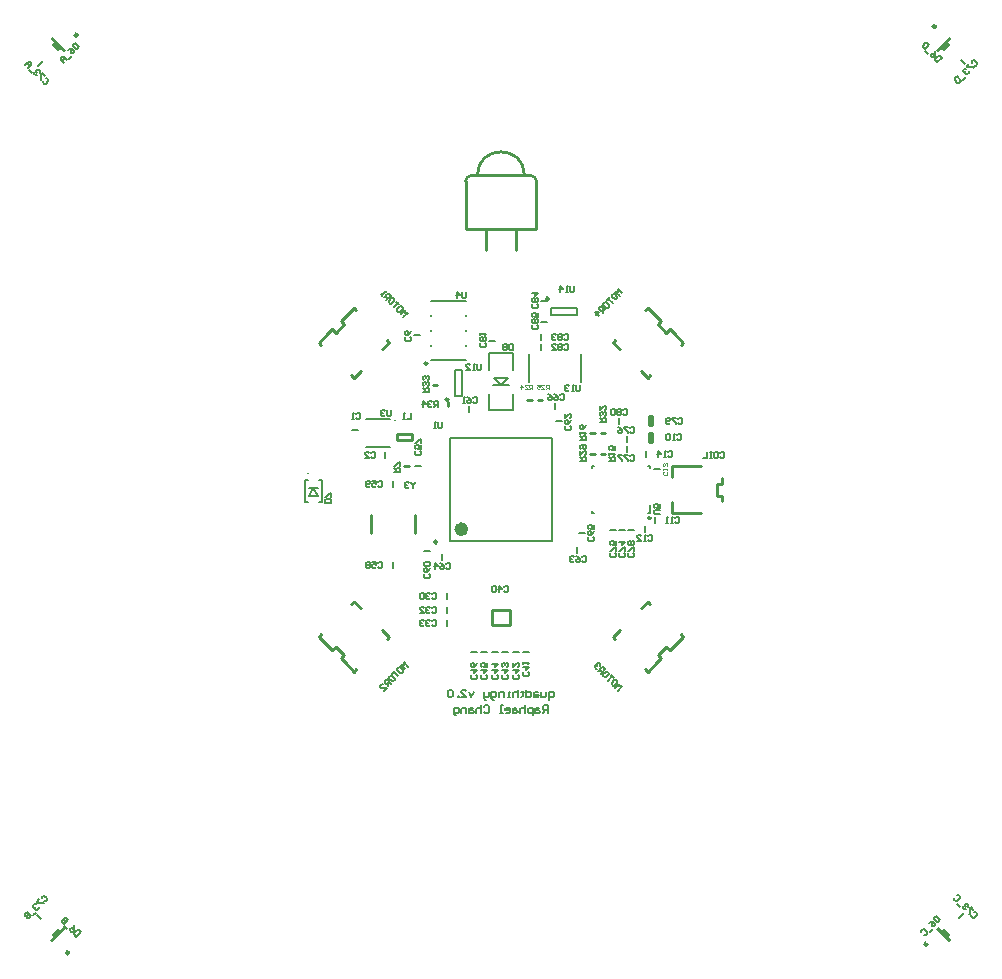
<source format=gbo>
G04 Layer_Color=48896*
%FSAX25Y25*%
%MOIN*%
G70*
G01*
G75*
%ADD53C,0.01000*%
%ADD93C,0.00984*%
%ADD95C,0.00394*%
%ADD96C,0.00800*%
%ADD97C,0.00787*%
%ADD98C,0.00500*%
%ADD100C,0.00400*%
%ADD172C,0.02362*%
%ADD173C,0.00600*%
G36*
X0257934Y0180520D02*
X0253480Y0176066D01*
X0252773Y0176773D01*
X0253939Y0177939D01*
X0253232Y0178647D01*
X0255353Y0180768D01*
X0256061Y0180061D01*
X0257227Y0181227D01*
X0257934Y0180520D01*
D02*
G37*
G36*
X0549939Y0180061D02*
X0550646Y0180768D01*
X0552768Y0178647D01*
X0552061Y0177939D01*
X0553227Y0176773D01*
X0552520Y0176066D01*
X0548066Y0180520D01*
X0548773Y0181227D01*
X0549939Y0180061D01*
D02*
G37*
G36*
X0553227Y0477227D02*
X0552061Y0476061D01*
X0552768Y0475353D01*
X0550646Y0473232D01*
X0549939Y0473939D01*
X0548773Y0472773D01*
X0548066Y0473480D01*
X0552520Y0477934D01*
X0553227Y0477227D01*
D02*
G37*
G36*
X0257934Y0473480D02*
X0257227Y0472773D01*
X0256061Y0473939D01*
X0255353Y0473232D01*
X0253232Y0475353D01*
X0253939Y0476061D01*
X0252773Y0477227D01*
X0253480Y0477934D01*
X0257934Y0473480D01*
D02*
G37*
D53*
X0378413Y0368976D02*
G03*
X0378413Y0368976I-0000394J0000000D01*
G01*
X0410874Y0431720D02*
G03*
X0395126Y0431720I-0007874J0000000D01*
G01*
X0414811Y0429752D02*
G03*
X0412843Y0431720I-0001969J0000000D01*
G01*
X0393158D02*
G03*
X0391189Y0429752I0000000J-0001969D01*
G01*
X0261864Y0478536D02*
G03*
X0261864Y0478536I-0000500J0000000D01*
G01*
X0547964Y0481364D02*
G03*
X0547964Y0481364I-0000500J0000000D01*
G01*
X0545136Y0175464D02*
G03*
X0545136Y0175464I-0000500J0000000D01*
G01*
X0259035Y0172636D02*
G03*
X0259035Y0172636I-0000500J0000000D01*
G01*
X0385500Y0354713D02*
Y0356287D01*
X0380213Y0362000D02*
X0381787D01*
X0398000Y0406917D02*
Y0414004D01*
X0408000Y0406917D02*
Y0414004D01*
X0391189D02*
X0414811D01*
X0391189D02*
Y0429752D01*
X0393158Y0431720D02*
X0412843D01*
X0414811Y0414004D02*
Y0429752D01*
X0451165Y0267143D02*
X0452000Y0266308D01*
X0455062Y0269370D01*
X0462857Y0278835D02*
X0463692Y0278000D01*
X0460630Y0274938D02*
X0463692Y0278000D01*
X0440308D02*
X0442535Y0280227D01*
X0449773Y0287465D02*
X0452000Y0289692D01*
X0455062Y0269370D02*
X0456454Y0270762D01*
X0455341Y0271876D02*
X0456454Y0270762D01*
X0455341Y0271876D02*
X0458124Y0274659D01*
X0459238Y0273546D01*
X0452000Y0289692D02*
X0452835Y0288857D01*
X0440308Y0278000D02*
X0441143Y0277165D01*
X0459238Y0273546D02*
X0460630Y0274938D01*
X0462857Y0375165D02*
X0463692Y0376000D01*
X0460630Y0379062D02*
X0463692Y0376000D01*
X0451165Y0386857D02*
X0452000Y0387692D01*
X0455062Y0384630D01*
X0449773Y0366535D02*
X0452000Y0364308D01*
X0440308Y0376000D02*
X0442535Y0373773D01*
X0459238Y0380454D02*
X0460630Y0379062D01*
X0458124Y0379341D02*
X0459238Y0380454D01*
X0455341Y0382124D02*
X0458124Y0379341D01*
X0455341Y0382124D02*
X0456454Y0383238D01*
X0440308Y0376000D02*
X0441143Y0376835D01*
X0452000Y0364308D02*
X0452835Y0365143D01*
X0455062Y0384630D02*
X0456454Y0383238D01*
X0354000Y0387692D02*
X0354835Y0386857D01*
X0350938Y0384630D02*
X0354000Y0387692D01*
X0342308Y0376000D02*
X0343143Y0375165D01*
X0342308Y0376000D02*
X0345370Y0379062D01*
X0363465Y0373773D02*
X0365692Y0376000D01*
X0354000Y0364308D02*
X0356227Y0366535D01*
X0349546Y0383238D02*
X0350938Y0384630D01*
X0349546Y0383238D02*
X0350659Y0382124D01*
X0347875Y0379341D02*
X0350659Y0382124D01*
X0346762Y0380454D02*
X0347875Y0379341D01*
X0353165Y0365143D02*
X0354000Y0364308D01*
X0364857Y0376835D02*
X0365692Y0376000D01*
X0345370Y0379062D02*
X0346762Y0380454D01*
X0432713Y0339000D02*
X0434287D01*
X0432713Y0346000D02*
X0434287D01*
X0436213D02*
X0437787D01*
X0436213Y0339000D02*
X0437787D01*
X0452500Y0348500D02*
X0453500D01*
X0452500Y0351500D02*
X0453500D01*
X0452500Y0348500D02*
Y0351500D01*
X0453500Y0348500D02*
Y0351500D01*
X0452500Y0343000D02*
X0453500D01*
X0452500Y0346000D02*
X0453500D01*
X0452500Y0343000D02*
Y0346000D01*
X0453500Y0343000D02*
Y0346000D01*
X0411713Y0357000D02*
X0413287D01*
X0415213D02*
X0416787D01*
X0368500Y0345500D02*
X0373500D01*
X0368500Y0343500D02*
X0373500D01*
Y0345500D01*
X0368500Y0343500D02*
Y0345500D01*
X0370713Y0335000D02*
X0372287D01*
X0374250Y0312450D02*
Y0318550D01*
X0359750Y0312450D02*
Y0318550D01*
X0342308Y0278000D02*
X0343143Y0278835D01*
X0342308Y0278000D02*
X0345370Y0274938D01*
X0354000Y0266308D02*
X0354835Y0267143D01*
X0350938Y0269370D02*
X0354000Y0266308D01*
Y0289692D02*
X0356227Y0287465D01*
X0363465Y0280227D02*
X0365692Y0278000D01*
X0345370Y0274938D02*
X0346762Y0273546D01*
X0347875Y0274659D01*
X0350659Y0271876D01*
X0349546Y0270762D02*
X0350659Y0271876D01*
X0364857Y0277165D02*
X0365692Y0278000D01*
X0353165Y0288857D02*
X0354000Y0289692D01*
X0349546Y0270762D02*
X0350938Y0269370D01*
X0476756Y0328969D02*
Y0330937D01*
X0460024Y0319126D02*
X0469669D01*
X0460024Y0334874D02*
X0469669D01*
X0460024Y0331134D02*
Y0334874D01*
Y0319126D02*
Y0322866D01*
X0475181Y0328969D02*
X0476756D01*
X0475181Y0325031D02*
Y0328969D01*
Y0325031D02*
X0476756D01*
Y0323063D02*
Y0325031D01*
X0400000Y0282000D02*
Y0287000D01*
X0406000Y0282000D02*
Y0287000D01*
X0400000Y0282000D02*
X0406000D01*
X0400000Y0287000D02*
X0406000D01*
D93*
X0418980Y0390535D02*
G03*
X0418980Y0390535I-0000492J0000000D01*
G01*
X0452843Y0317551D02*
G03*
X0452843Y0317551I-0000394J0000000D01*
G01*
X0381740Y0309579D02*
G03*
X0381740Y0309579I-0000492J0000000D01*
G01*
X0385457Y0357087D02*
G03*
X0385457Y0357087I-0000492J0000000D01*
G01*
D95*
X0338728Y0332405D02*
G03*
X0338728Y0332405I-0000197J0000000D01*
G01*
D96*
X0403000Y0361800D02*
X0405362Y0364181D01*
X0400600D02*
X0405362D01*
X0400600D02*
X0403000Y0361800D01*
X0405756D01*
X0400200D02*
X0403000D01*
X0406937Y0353500D02*
Y0359000D01*
X0399000Y0353500D02*
X0406937D01*
X0399000D02*
Y0359000D01*
X0406937Y0366937D02*
Y0372449D01*
X0399000D02*
X0406937D01*
X0399000Y0366937D02*
Y0372449D01*
D97*
X0367709Y0350102D02*
G03*
X0367709Y0350102I-0000197J0000000D01*
G01*
X0391406Y0379803D02*
Y0380197D01*
X0379594Y0379803D02*
Y0380197D01*
Y0389843D02*
X0391406D01*
X0379594Y0370158D02*
X0391406D01*
X0379594Y0374882D02*
Y0375276D01*
Y0384724D02*
Y0385118D01*
X0391406Y0384724D02*
Y0385118D01*
Y0374882D02*
Y0375276D01*
X0419669Y0385319D02*
Y0387681D01*
X0428331Y0385319D02*
Y0387681D01*
X0419669D02*
X0428331D01*
X0419669Y0385319D02*
X0428331D01*
X0429661Y0362776D02*
Y0372224D01*
X0412339Y0362776D02*
Y0372224D01*
X0452744Y0319225D02*
Y0321922D01*
X0452015Y0319225D02*
X0452744D01*
X0452015Y0334776D02*
X0452744D01*
Y0334048D02*
Y0334776D01*
X0433256Y0334048D02*
Y0334776D01*
X0433985D01*
X0433256Y0319224D02*
Y0319952D01*
Y0319224D02*
X0433985D01*
X0385874Y0344126D02*
X0420126D01*
X0385874Y0309874D02*
X0420126D01*
Y0344126D01*
X0385874Y0309874D02*
Y0344126D01*
X0358850Y0350496D02*
X0366134D01*
X0357866D02*
X0358850D01*
X0357866Y0341047D02*
X0365150D01*
X0366134D01*
X0338925Y0324925D02*
X0340500Y0327681D01*
X0342075Y0324925D01*
X0338925Y0327681D02*
X0342075D01*
X0338925Y0324925D02*
X0342075D01*
X0342469Y0322760D02*
X0343256D01*
X0342469Y0330240D02*
X0343256D01*
X0337744Y0322760D02*
X0338531D01*
X0337744Y0330240D02*
X0338531D01*
X0343256Y0322760D02*
Y0330240D01*
X0337744Y0322760D02*
Y0330240D01*
X0390181Y0358169D02*
Y0366831D01*
X0387819Y0358169D02*
Y0366831D01*
X0390181D01*
X0387819Y0358169D02*
X0390181D01*
D98*
X0416500Y0377000D02*
Y0379000D01*
Y0373500D02*
Y0375500D01*
X0416500Y0383000D02*
X0418500D01*
X0416500Y0390000D02*
X0418500D01*
X0248793Y0468293D02*
X0250207Y0469707D01*
X0556293Y0470207D02*
X0557707Y0468793D01*
X0555793Y0184293D02*
X0557207Y0185707D01*
X0248293Y0185207D02*
X0249707Y0183793D01*
X0451500Y0338000D02*
Y0340000D01*
X0445000Y0339500D02*
Y0341500D01*
X0442500Y0349000D02*
Y0351000D01*
X0445000Y0343000D02*
Y0345000D01*
X0454000Y0334000D02*
X0456000D01*
X0454500Y0316000D02*
Y0318000D01*
X0439500Y0313500D02*
X0441500D01*
X0442500D02*
X0444500D01*
X0445500D02*
X0447500D01*
X0451000Y0313000D02*
Y0315000D01*
X0429000Y0312500D02*
X0431000D01*
X0428500Y0306000D02*
Y0308000D01*
X0421000Y0354000D02*
Y0356000D01*
X0421500Y0350000D02*
X0423500D01*
X0374000Y0378500D02*
X0376000D01*
X0392500Y0353000D02*
Y0355000D01*
X0353500Y0347000D02*
X0355500D01*
X0364500Y0337500D02*
Y0339500D01*
X0374500Y0335000D02*
X0376500D01*
X0367000Y0328000D02*
Y0330000D01*
X0377500Y0306500D02*
X0379500D01*
X0383500Y0303500D02*
Y0305500D01*
X0367000Y0301000D02*
Y0303000D01*
X0385000Y0281500D02*
Y0283500D01*
Y0286000D02*
Y0288000D01*
Y0290500D02*
Y0292500D01*
X0393000Y0273000D02*
X0395000D01*
X0400000D02*
X0402000D01*
X0396400D02*
X0398400D01*
X0403500D02*
X0405500D01*
X0407000D02*
X0409000D01*
X0410500D02*
X0412500D01*
X0399000Y0376500D02*
X0401000D01*
X0427500Y0394999D02*
Y0393333D01*
X0427167Y0393000D01*
X0426500D01*
X0426167Y0393333D01*
Y0394999D01*
X0425501Y0393000D02*
X0424834D01*
X0425167D01*
Y0394999D01*
X0425501Y0394666D01*
X0422835Y0393000D02*
Y0394999D01*
X0423835Y0394000D01*
X0422502D01*
X0429500Y0361999D02*
Y0360333D01*
X0429167Y0360000D01*
X0428500D01*
X0428167Y0360333D01*
Y0361999D01*
X0427501Y0360000D02*
X0426834D01*
X0427167D01*
Y0361999D01*
X0427501Y0361666D01*
X0425835D02*
X0425501Y0361999D01*
X0424835D01*
X0424502Y0361666D01*
Y0361333D01*
X0424835Y0361000D01*
X0425168D01*
X0424835D01*
X0424502Y0360666D01*
Y0360333D01*
X0424835Y0360000D01*
X0425501D01*
X0425835Y0360333D01*
X0415166Y0381833D02*
X0415499Y0381500D01*
Y0380833D01*
X0415166Y0380500D01*
X0413833D01*
X0413500Y0380833D01*
Y0381500D01*
X0413833Y0381833D01*
X0415166Y0382499D02*
X0415499Y0382833D01*
Y0383499D01*
X0415166Y0383832D01*
X0414833D01*
X0414500Y0383499D01*
X0414166Y0383832D01*
X0413833D01*
X0413500Y0383499D01*
Y0382833D01*
X0413833Y0382499D01*
X0414166D01*
X0414500Y0382833D01*
X0414833Y0382499D01*
X0415166D01*
X0414500Y0382833D02*
Y0383499D01*
X0415499Y0385832D02*
Y0384499D01*
X0414500D01*
X0414833Y0385165D01*
Y0385498D01*
X0414500Y0385832D01*
X0413833D01*
X0413500Y0385498D01*
Y0384832D01*
X0413833Y0384499D01*
X0415166Y0388833D02*
X0415499Y0388500D01*
Y0387833D01*
X0415166Y0387500D01*
X0413833D01*
X0413500Y0387833D01*
Y0388500D01*
X0413833Y0388833D01*
X0415166Y0389499D02*
X0415499Y0389833D01*
Y0390499D01*
X0415166Y0390832D01*
X0414833D01*
X0414500Y0390499D01*
X0414166Y0390832D01*
X0413833D01*
X0413500Y0390499D01*
Y0389833D01*
X0413833Y0389499D01*
X0414166D01*
X0414500Y0389833D01*
X0414833Y0389499D01*
X0415166D01*
X0414500Y0389833D02*
Y0390499D01*
X0413500Y0392498D02*
X0415499D01*
X0414500Y0391499D01*
Y0392832D01*
X0424167Y0378666D02*
X0424500Y0378999D01*
X0425167D01*
X0425500Y0378666D01*
Y0377333D01*
X0425167Y0377000D01*
X0424500D01*
X0424167Y0377333D01*
X0423501Y0378666D02*
X0423167Y0378999D01*
X0422501D01*
X0422168Y0378666D01*
Y0378333D01*
X0422501Y0378000D01*
X0422168Y0377666D01*
Y0377333D01*
X0422501Y0377000D01*
X0423167D01*
X0423501Y0377333D01*
Y0377666D01*
X0423167Y0378000D01*
X0423501Y0378333D01*
Y0378666D01*
X0423167Y0378000D02*
X0422501D01*
X0421501Y0378666D02*
X0421168Y0378999D01*
X0420502D01*
X0420168Y0378666D01*
Y0378333D01*
X0420502Y0378000D01*
X0420835D01*
X0420502D01*
X0420168Y0377666D01*
Y0377333D01*
X0420502Y0377000D01*
X0421168D01*
X0421501Y0377333D01*
X0424167Y0375166D02*
X0424500Y0375499D01*
X0425167D01*
X0425500Y0375166D01*
Y0373833D01*
X0425167Y0373500D01*
X0424500D01*
X0424167Y0373833D01*
X0423501Y0375166D02*
X0423167Y0375499D01*
X0422501D01*
X0422168Y0375166D01*
Y0374833D01*
X0422501Y0374500D01*
X0422168Y0374166D01*
Y0373833D01*
X0422501Y0373500D01*
X0423167D01*
X0423501Y0373833D01*
Y0374166D01*
X0423167Y0374500D01*
X0423501Y0374833D01*
Y0375166D01*
X0423167Y0374500D02*
X0422501D01*
X0420168Y0373500D02*
X0421501D01*
X0420168Y0374833D01*
Y0375166D01*
X0420502Y0375499D01*
X0421168D01*
X0421501Y0375166D01*
X0559879Y0469236D02*
Y0469707D01*
X0560351Y0470178D01*
X0560822Y0470178D01*
X0561764Y0469236D01*
Y0468764D01*
X0561293Y0468293D01*
X0560822Y0468293D01*
X0559172Y0469000D02*
X0558230Y0468057D01*
X0558466Y0467822D01*
X0560351D01*
X0560586Y0467586D01*
X0557994Y0467351D02*
X0557523D01*
X0557052Y0466879D01*
Y0466408D01*
X0557288Y0466173D01*
X0557759D01*
X0557994Y0466408D01*
X0557759Y0466173D01*
X0557759Y0465701D01*
X0557994Y0465466D01*
X0558466Y0465466D01*
X0558937Y0465937D01*
Y0466408D01*
X0557994Y0464523D02*
X0557052Y0463581D01*
X0554931Y0464759D02*
X0556345Y0463345D01*
X0555638Y0462638D01*
X0555167Y0462638D01*
X0554224Y0463581D01*
Y0464052D01*
X0554931Y0464759D01*
X0560736Y0186121D02*
X0561207D01*
X0561678Y0185649D01*
X0561678Y0185178D01*
X0560736Y0184236D01*
X0560264D01*
X0559793Y0184707D01*
X0559793Y0185178D01*
X0560500Y0186828D02*
X0559557Y0187770D01*
X0559322Y0187534D01*
Y0185649D01*
X0559086Y0185414D01*
X0558851Y0188006D02*
Y0188477D01*
X0558379Y0188948D01*
X0557908D01*
X0557673Y0188713D01*
Y0188241D01*
X0557908Y0188006D01*
X0557673Y0188241D01*
X0557201Y0188241D01*
X0556966Y0188006D01*
X0556966Y0187534D01*
X0557437Y0187063D01*
X0557908D01*
X0556023Y0188006D02*
X0555081Y0188948D01*
Y0191776D02*
X0555552D01*
X0556023Y0191304D01*
X0556023Y0190833D01*
X0555081Y0189891D01*
X0554609D01*
X0554138Y0190362D01*
X0554138Y0190833D01*
X0249879Y0190736D02*
Y0191207D01*
X0250351Y0191678D01*
X0250822Y0191678D01*
X0251764Y0190736D01*
Y0190264D01*
X0251293Y0189793D01*
X0250822Y0189793D01*
X0249172Y0190500D02*
X0248230Y0189558D01*
X0248466Y0189322D01*
X0250351D01*
X0250586Y0189086D01*
X0247994Y0188851D02*
X0247523D01*
X0247052Y0188379D01*
Y0187908D01*
X0247288Y0187672D01*
X0247759D01*
X0247994Y0187908D01*
X0247759Y0187672D01*
X0247759Y0187201D01*
X0247994Y0186966D01*
X0248466Y0186966D01*
X0248937Y0187437D01*
Y0187908D01*
X0247994Y0186023D02*
X0247052Y0185081D01*
X0244931Y0186259D02*
X0246345Y0184845D01*
X0245638Y0184138D01*
X0245167Y0184138D01*
X0244931Y0184374D01*
X0244931Y0184845D01*
X0245638Y0185552D01*
X0244931Y0184845D01*
X0244460D01*
X0244224Y0185081D01*
Y0185552D01*
X0244931Y0186259D01*
X0251236Y0464121D02*
X0251707D01*
X0252178Y0463649D01*
X0252178Y0463178D01*
X0251236Y0462236D01*
X0250764D01*
X0250293Y0462707D01*
X0250293Y0463178D01*
X0251000Y0464827D02*
X0250058Y0465770D01*
X0249822Y0465534D01*
Y0463649D01*
X0249586Y0463414D01*
X0249351Y0466006D02*
Y0466477D01*
X0248879Y0466948D01*
X0248408D01*
X0248172Y0466713D01*
Y0466241D01*
X0248408Y0466006D01*
X0248172Y0466241D01*
X0247701Y0466241D01*
X0247466Y0466006D01*
X0247466Y0465534D01*
X0247937Y0465063D01*
X0248408D01*
X0246523Y0466006D02*
X0245581Y0466948D01*
X0245345Y0467655D02*
X0246287Y0468598D01*
Y0469540D01*
X0245345D01*
X0244403Y0468598D01*
X0245109Y0469304D01*
X0246052Y0468362D01*
X0372000Y0268000D02*
X0370586Y0269414D01*
Y0268471D01*
X0369644D01*
X0371058Y0267057D01*
X0368466Y0267293D02*
X0368937Y0267764D01*
X0369408Y0267764D01*
X0370351Y0266822D01*
Y0266351D01*
X0369879Y0265879D01*
X0369408D01*
X0368466Y0266822D01*
Y0267293D01*
X0367759Y0266586D02*
X0366816Y0265644D01*
X0367287Y0266115D01*
X0368701Y0264701D01*
X0365638Y0264466D02*
X0366109Y0264937D01*
X0366581Y0264937D01*
X0367523Y0263994D01*
Y0263523D01*
X0367052Y0263052D01*
X0366581D01*
X0365638Y0263994D01*
Y0264466D01*
X0366345Y0262345D02*
X0364931Y0263759D01*
X0364224Y0263052D01*
Y0262581D01*
X0364696Y0262109D01*
X0365167D01*
X0365874Y0262816D01*
X0365403Y0262345D02*
Y0261403D01*
X0363989Y0259989D02*
X0364931Y0260931D01*
X0363046D01*
X0362811Y0261167D01*
Y0261638D01*
X0363282Y0262109D01*
X0363753D01*
X0442000Y0260000D02*
X0443414Y0261414D01*
X0442471D01*
Y0262356D01*
X0441057Y0260943D01*
X0441293Y0263534D02*
X0441764Y0263063D01*
X0441764Y0262592D01*
X0440822Y0261649D01*
X0440351D01*
X0439879Y0262121D01*
Y0262592D01*
X0440822Y0263534D01*
X0441293D01*
X0440586Y0264241D02*
X0439644Y0265184D01*
X0440115Y0264713D01*
X0438701Y0263299D01*
X0438466Y0266362D02*
X0438937Y0265891D01*
X0438937Y0265419D01*
X0437994Y0264477D01*
X0437523D01*
X0437052Y0264948D01*
Y0265419D01*
X0437994Y0266362D01*
X0438466D01*
X0436345Y0265655D02*
X0437759Y0267069D01*
X0437052Y0267776D01*
X0436581D01*
X0436109Y0267304D01*
Y0266833D01*
X0436816Y0266126D01*
X0436345Y0266598D02*
X0435402D01*
X0436109Y0268247D02*
Y0268718D01*
X0435638Y0269189D01*
X0435167D01*
X0434931Y0268954D01*
Y0268482D01*
X0435167Y0268247D01*
X0434931Y0268482D01*
X0434460Y0268482D01*
X0434224Y0268247D01*
X0434224Y0267776D01*
X0434696Y0267304D01*
X0435167D01*
X0443500Y0392500D02*
X0442086Y0393914D01*
Y0392971D01*
X0441144D01*
X0442557Y0391558D01*
X0439966Y0391793D02*
X0440437Y0392264D01*
X0440908Y0392264D01*
X0441851Y0391322D01*
Y0390851D01*
X0441379Y0390379D01*
X0440908D01*
X0439966Y0391322D01*
Y0391793D01*
X0439259Y0391086D02*
X0438316Y0390144D01*
X0438788Y0390615D01*
X0440201Y0389201D01*
X0437138Y0388966D02*
X0437609Y0389437D01*
X0438081Y0389437D01*
X0439023Y0388494D01*
Y0388023D01*
X0438552Y0387552D01*
X0438081D01*
X0437138Y0388494D01*
Y0388966D01*
X0437845Y0386845D02*
X0436431Y0388259D01*
X0435724Y0387552D01*
Y0387081D01*
X0436196Y0386609D01*
X0436667D01*
X0437374Y0387316D01*
X0436903Y0386845D02*
Y0385903D01*
X0435724Y0384724D02*
X0434311Y0386138D01*
X0435724Y0386138D01*
X0434782Y0385196D01*
X0370500Y0384500D02*
X0371914Y0385914D01*
X0370971D01*
Y0386856D01*
X0369557Y0385442D01*
X0369793Y0388034D02*
X0370264Y0387563D01*
X0370264Y0387092D01*
X0369322Y0386149D01*
X0368851D01*
X0368379Y0386621D01*
Y0387092D01*
X0369322Y0388034D01*
X0369793D01*
X0369086Y0388741D02*
X0368144Y0389684D01*
X0368615Y0389212D01*
X0367201Y0387799D01*
X0366966Y0390862D02*
X0367437Y0390391D01*
X0367437Y0389919D01*
X0366494Y0388977D01*
X0366023D01*
X0365552Y0389448D01*
Y0389919D01*
X0366494Y0390862D01*
X0366966D01*
X0364845Y0390155D02*
X0366259Y0391569D01*
X0365552Y0392276D01*
X0365081D01*
X0364609Y0391804D01*
Y0391333D01*
X0365316Y0390626D01*
X0364845Y0391097D02*
X0363902D01*
X0363431Y0391569D02*
X0362960Y0392040D01*
X0363196Y0391804D01*
X0364609Y0393218D01*
Y0392747D01*
X0346499Y0322500D02*
X0344500D01*
Y0323500D01*
X0344833Y0323833D01*
X0346166D01*
X0346499Y0323500D01*
Y0322500D01*
Y0324499D02*
Y0325832D01*
X0346166D01*
X0344833Y0324499D01*
X0344500D01*
X0354667Y0352166D02*
X0355000Y0352499D01*
X0355667D01*
X0356000Y0352166D01*
Y0350833D01*
X0355667Y0350500D01*
X0355000D01*
X0354667Y0350833D01*
X0354001Y0350500D02*
X0353334D01*
X0353667D01*
Y0352499D01*
X0354001Y0352166D01*
X0359667Y0339166D02*
X0360000Y0339499D01*
X0360667D01*
X0361000Y0339166D01*
Y0337833D01*
X0360667Y0337500D01*
X0360000D01*
X0359667Y0337833D01*
X0357668Y0337500D02*
X0359001D01*
X0357668Y0338833D01*
Y0339166D01*
X0358001Y0339499D01*
X0358667D01*
X0359001Y0339166D01*
X0372666Y0377833D02*
X0372999Y0377500D01*
Y0376833D01*
X0372666Y0376500D01*
X0371333D01*
X0371000Y0376833D01*
Y0377500D01*
X0371333Y0377833D01*
X0372999Y0379832D02*
X0372666Y0379166D01*
X0372000Y0378499D01*
X0371333D01*
X0371000Y0378833D01*
Y0379499D01*
X0371333Y0379832D01*
X0371666D01*
X0372000Y0379499D01*
Y0378499D01*
X0461667Y0345166D02*
X0462000Y0345499D01*
X0462667D01*
X0463000Y0345166D01*
Y0343833D01*
X0462667Y0343500D01*
X0462000D01*
X0461667Y0343833D01*
X0461001Y0343500D02*
X0460334D01*
X0460667D01*
Y0345499D01*
X0461001Y0345166D01*
X0459335D02*
X0459001Y0345499D01*
X0458335D01*
X0458002Y0345166D01*
Y0343833D01*
X0458335Y0343500D01*
X0459001D01*
X0459335Y0343833D01*
Y0345166D01*
X0461167Y0317666D02*
X0461500Y0317999D01*
X0462167D01*
X0462500Y0317666D01*
Y0316333D01*
X0462167Y0316000D01*
X0461500D01*
X0461167Y0316333D01*
X0460501Y0316000D02*
X0459834D01*
X0460167D01*
Y0317999D01*
X0460501Y0317666D01*
X0458835Y0316000D02*
X0458168D01*
X0458501D01*
Y0317999D01*
X0458835Y0317666D01*
X0452167Y0311666D02*
X0452500Y0311999D01*
X0453167D01*
X0453500Y0311666D01*
Y0310333D01*
X0453167Y0310000D01*
X0452500D01*
X0452167Y0310333D01*
X0451501Y0310000D02*
X0450834D01*
X0451167D01*
Y0311999D01*
X0451501Y0311666D01*
X0448502Y0310000D02*
X0449834D01*
X0448502Y0311333D01*
Y0311666D01*
X0448835Y0311999D01*
X0449501D01*
X0449834Y0311666D01*
X0458667Y0339666D02*
X0459000Y0339999D01*
X0459667D01*
X0460000Y0339666D01*
Y0338333D01*
X0459667Y0338000D01*
X0459000D01*
X0458667Y0338333D01*
X0458001Y0338000D02*
X0457334D01*
X0457667D01*
Y0339999D01*
X0458001Y0339666D01*
X0455335Y0338000D02*
Y0339999D01*
X0456334Y0339000D01*
X0455002D01*
X0380167Y0292166D02*
X0380500Y0292499D01*
X0381167D01*
X0381500Y0292166D01*
Y0290833D01*
X0381167Y0290500D01*
X0380500D01*
X0380167Y0290833D01*
X0379501Y0292166D02*
X0379167Y0292499D01*
X0378501D01*
X0378168Y0292166D01*
Y0291833D01*
X0378501Y0291500D01*
X0378834D01*
X0378501D01*
X0378168Y0291166D01*
Y0290833D01*
X0378501Y0290500D01*
X0379167D01*
X0379501Y0290833D01*
X0377501Y0292166D02*
X0377168Y0292499D01*
X0376502D01*
X0376168Y0292166D01*
Y0290833D01*
X0376502Y0290500D01*
X0377168D01*
X0377501Y0290833D01*
Y0292166D01*
X0380167Y0287666D02*
X0380500Y0287999D01*
X0381167D01*
X0381500Y0287666D01*
Y0286333D01*
X0381167Y0286000D01*
X0380500D01*
X0380167Y0286333D01*
X0379501Y0287666D02*
X0379167Y0287999D01*
X0378501D01*
X0378168Y0287666D01*
Y0287333D01*
X0378501Y0287000D01*
X0378834D01*
X0378501D01*
X0378168Y0286666D01*
Y0286333D01*
X0378501Y0286000D01*
X0379167D01*
X0379501Y0286333D01*
X0376168Y0286000D02*
X0377501D01*
X0376168Y0287333D01*
Y0287666D01*
X0376502Y0287999D01*
X0377168D01*
X0377501Y0287666D01*
X0380167Y0283166D02*
X0380500Y0283499D01*
X0381167D01*
X0381500Y0283166D01*
Y0281833D01*
X0381167Y0281500D01*
X0380500D01*
X0380167Y0281833D01*
X0379501Y0283166D02*
X0379167Y0283499D01*
X0378501D01*
X0378168Y0283166D01*
Y0282833D01*
X0378501Y0282500D01*
X0378834D01*
X0378501D01*
X0378168Y0282166D01*
Y0281833D01*
X0378501Y0281500D01*
X0379167D01*
X0379501Y0281833D01*
X0377501Y0283166D02*
X0377168Y0283499D01*
X0376502D01*
X0376168Y0283166D01*
Y0282833D01*
X0376502Y0282500D01*
X0376835D01*
X0376502D01*
X0376168Y0282166D01*
Y0281833D01*
X0376502Y0281500D01*
X0377168D01*
X0377501Y0281833D01*
X0404167Y0294666D02*
X0404500Y0294999D01*
X0405167D01*
X0405500Y0294666D01*
Y0293333D01*
X0405167Y0293000D01*
X0404500D01*
X0404167Y0293333D01*
X0402501Y0293000D02*
Y0294999D01*
X0403501Y0294000D01*
X0402168D01*
X0401501Y0294666D02*
X0401168Y0294999D01*
X0400502D01*
X0400168Y0294666D01*
Y0293333D01*
X0400502Y0293000D01*
X0401168D01*
X0401501Y0293333D01*
Y0294666D01*
X0412166Y0266333D02*
X0412499Y0266000D01*
Y0265333D01*
X0412166Y0265000D01*
X0410833D01*
X0410500Y0265333D01*
Y0266000D01*
X0410833Y0266333D01*
X0410500Y0267999D02*
X0412499D01*
X0411500Y0266999D01*
Y0268332D01*
X0410500Y0268999D02*
Y0269665D01*
Y0269332D01*
X0412499D01*
X0412166Y0268999D01*
X0408666Y0265333D02*
X0408999Y0265000D01*
Y0264333D01*
X0408666Y0264000D01*
X0407333D01*
X0407000Y0264333D01*
Y0265000D01*
X0407333Y0265333D01*
X0407000Y0266999D02*
X0408999D01*
X0408000Y0265999D01*
Y0267332D01*
X0407000Y0269332D02*
Y0267999D01*
X0408333Y0269332D01*
X0408666D01*
X0408999Y0268998D01*
Y0268332D01*
X0408666Y0267999D01*
X0405166Y0265333D02*
X0405499Y0265000D01*
Y0264333D01*
X0405166Y0264000D01*
X0403833D01*
X0403500Y0264333D01*
Y0265000D01*
X0403833Y0265333D01*
X0403500Y0266999D02*
X0405499D01*
X0404500Y0265999D01*
Y0267332D01*
X0405166Y0267999D02*
X0405499Y0268332D01*
Y0268998D01*
X0405166Y0269332D01*
X0404833D01*
X0404500Y0268998D01*
Y0268665D01*
Y0268998D01*
X0404166Y0269332D01*
X0403833D01*
X0403500Y0268998D01*
Y0268332D01*
X0403833Y0267999D01*
X0401666Y0265333D02*
X0401999Y0265000D01*
Y0264333D01*
X0401666Y0264000D01*
X0400333D01*
X0400000Y0264333D01*
Y0265000D01*
X0400333Y0265333D01*
X0400000Y0266999D02*
X0401999D01*
X0401000Y0265999D01*
Y0267332D01*
X0400000Y0268998D02*
X0401999D01*
X0401000Y0267999D01*
Y0269332D01*
X0398166Y0265333D02*
X0398499Y0265000D01*
Y0264333D01*
X0398166Y0264000D01*
X0396833D01*
X0396500Y0264333D01*
Y0265000D01*
X0396833Y0265333D01*
X0396500Y0266999D02*
X0398499D01*
X0397500Y0265999D01*
Y0267332D01*
X0398499Y0269332D02*
Y0267999D01*
X0397500D01*
X0397833Y0268665D01*
Y0268998D01*
X0397500Y0269332D01*
X0396833D01*
X0396500Y0268998D01*
Y0268332D01*
X0396833Y0267999D01*
X0394666Y0265333D02*
X0394999Y0265000D01*
Y0264333D01*
X0394666Y0264000D01*
X0393333D01*
X0393000Y0264333D01*
Y0265000D01*
X0393333Y0265333D01*
X0393000Y0266999D02*
X0394999D01*
X0394000Y0265999D01*
Y0267332D01*
X0394999Y0269332D02*
X0394666Y0268665D01*
X0394000Y0267999D01*
X0393333D01*
X0393000Y0268332D01*
Y0268998D01*
X0393333Y0269332D01*
X0393666D01*
X0394000Y0268998D01*
Y0267999D01*
X0376166Y0339833D02*
X0376499Y0339500D01*
Y0338833D01*
X0376166Y0338500D01*
X0374833D01*
X0374500Y0338833D01*
Y0339500D01*
X0374833Y0339833D01*
X0376499Y0341832D02*
Y0340499D01*
X0375500D01*
X0375833Y0341166D01*
Y0341499D01*
X0375500Y0341832D01*
X0374833D01*
X0374500Y0341499D01*
Y0340833D01*
X0374833Y0340499D01*
X0376499Y0342499D02*
Y0343832D01*
X0376166D01*
X0374833Y0342499D01*
X0374500D01*
X0362167Y0302666D02*
X0362500Y0302999D01*
X0363167D01*
X0363500Y0302666D01*
Y0301333D01*
X0363167Y0301000D01*
X0362500D01*
X0362167Y0301333D01*
X0360168Y0302999D02*
X0361501D01*
Y0302000D01*
X0360834Y0302333D01*
X0360501D01*
X0360168Y0302000D01*
Y0301333D01*
X0360501Y0301000D01*
X0361167D01*
X0361501Y0301333D01*
X0359501Y0302666D02*
X0359168Y0302999D01*
X0358502D01*
X0358168Y0302666D01*
Y0302333D01*
X0358502Y0302000D01*
X0358168Y0301666D01*
Y0301333D01*
X0358502Y0301000D01*
X0359168D01*
X0359501Y0301333D01*
Y0301666D01*
X0359168Y0302000D01*
X0359501Y0302333D01*
Y0302666D01*
X0359168Y0302000D02*
X0358502D01*
X0362167Y0329666D02*
X0362500Y0329999D01*
X0363167D01*
X0363500Y0329666D01*
Y0328333D01*
X0363167Y0328000D01*
X0362500D01*
X0362167Y0328333D01*
X0360168Y0329999D02*
X0361501D01*
Y0329000D01*
X0360834Y0329333D01*
X0360501D01*
X0360168Y0329000D01*
Y0328333D01*
X0360501Y0328000D01*
X0361167D01*
X0361501Y0328333D01*
X0359501D02*
X0359168Y0328000D01*
X0358502D01*
X0358168Y0328333D01*
Y0329666D01*
X0358502Y0329999D01*
X0359168D01*
X0359501Y0329666D01*
Y0329333D01*
X0359168Y0329000D01*
X0358168D01*
X0379166Y0298833D02*
X0379499Y0298500D01*
Y0297833D01*
X0379166Y0297500D01*
X0377833D01*
X0377500Y0297833D01*
Y0298500D01*
X0377833Y0298833D01*
X0379499Y0300832D02*
X0379166Y0300166D01*
X0378500Y0299499D01*
X0377833D01*
X0377500Y0299833D01*
Y0300499D01*
X0377833Y0300832D01*
X0378166D01*
X0378500Y0300499D01*
Y0299499D01*
X0379166Y0301499D02*
X0379499Y0301832D01*
Y0302498D01*
X0379166Y0302832D01*
X0377833D01*
X0377500Y0302498D01*
Y0301832D01*
X0377833Y0301499D01*
X0379166D01*
X0393667Y0357666D02*
X0394000Y0357999D01*
X0394667D01*
X0395000Y0357666D01*
Y0356333D01*
X0394667Y0356000D01*
X0394000D01*
X0393667Y0356333D01*
X0391668Y0357999D02*
X0392334Y0357666D01*
X0393001Y0357000D01*
Y0356333D01*
X0392667Y0356000D01*
X0392001D01*
X0391668Y0356333D01*
Y0356666D01*
X0392001Y0357000D01*
X0393001D01*
X0391001Y0356000D02*
X0390335D01*
X0390668D01*
Y0357999D01*
X0391001Y0357666D01*
X0426166Y0348333D02*
X0426499Y0348000D01*
Y0347333D01*
X0426166Y0347000D01*
X0424833D01*
X0424500Y0347333D01*
Y0348000D01*
X0424833Y0348333D01*
X0426499Y0350332D02*
X0426166Y0349666D01*
X0425500Y0348999D01*
X0424833D01*
X0424500Y0349333D01*
Y0349999D01*
X0424833Y0350332D01*
X0425166D01*
X0425500Y0349999D01*
Y0348999D01*
X0424500Y0352332D02*
Y0350999D01*
X0425833Y0352332D01*
X0426166D01*
X0426499Y0351998D01*
Y0351332D01*
X0426166Y0350999D01*
X0430167Y0304666D02*
X0430500Y0304999D01*
X0431167D01*
X0431500Y0304666D01*
Y0303333D01*
X0431167Y0303000D01*
X0430500D01*
X0430167Y0303333D01*
X0428168Y0304999D02*
X0428834Y0304666D01*
X0429501Y0304000D01*
Y0303333D01*
X0429167Y0303000D01*
X0428501D01*
X0428168Y0303333D01*
Y0303666D01*
X0428501Y0304000D01*
X0429501D01*
X0427501Y0304666D02*
X0427168Y0304999D01*
X0426502D01*
X0426168Y0304666D01*
Y0304333D01*
X0426502Y0304000D01*
X0426835D01*
X0426502D01*
X0426168Y0303666D01*
Y0303333D01*
X0426502Y0303000D01*
X0427168D01*
X0427501Y0303333D01*
X0384667Y0302166D02*
X0385000Y0302499D01*
X0385667D01*
X0386000Y0302166D01*
Y0300833D01*
X0385667Y0300500D01*
X0385000D01*
X0384667Y0300833D01*
X0382668Y0302499D02*
X0383334Y0302166D01*
X0384001Y0301500D01*
Y0300833D01*
X0383667Y0300500D01*
X0383001D01*
X0382668Y0300833D01*
Y0301166D01*
X0383001Y0301500D01*
X0384001D01*
X0381002Y0300500D02*
Y0302499D01*
X0382001Y0301500D01*
X0380668D01*
X0433666Y0311333D02*
X0433999Y0311000D01*
Y0310333D01*
X0433666Y0310000D01*
X0432333D01*
X0432000Y0310333D01*
Y0311000D01*
X0432333Y0311333D01*
X0433999Y0313332D02*
X0433666Y0312666D01*
X0433000Y0311999D01*
X0432333D01*
X0432000Y0312333D01*
Y0312999D01*
X0432333Y0313332D01*
X0432666D01*
X0433000Y0312999D01*
Y0311999D01*
X0433999Y0315332D02*
Y0313999D01*
X0433000D01*
X0433333Y0314665D01*
Y0314998D01*
X0433000Y0315332D01*
X0432333D01*
X0432000Y0314998D01*
Y0314332D01*
X0432333Y0313999D01*
X0422667Y0358666D02*
X0423000Y0358999D01*
X0423667D01*
X0424000Y0358666D01*
Y0357333D01*
X0423667Y0357000D01*
X0423000D01*
X0422667Y0357333D01*
X0420668Y0358999D02*
X0421334Y0358666D01*
X0422001Y0358000D01*
Y0357333D01*
X0421667Y0357000D01*
X0421001D01*
X0420668Y0357333D01*
Y0357666D01*
X0421001Y0358000D01*
X0422001D01*
X0418668Y0358999D02*
X0419335Y0358666D01*
X0420001Y0358000D01*
Y0357333D01*
X0419668Y0357000D01*
X0419002D01*
X0418668Y0357333D01*
Y0357666D01*
X0419002Y0358000D01*
X0420001D01*
X0261086Y0475914D02*
X0262500Y0474500D01*
X0261793Y0473793D01*
X0261322Y0473793D01*
X0260379Y0474736D01*
Y0475207D01*
X0261086Y0475914D01*
X0258730Y0473558D02*
X0259437Y0473793D01*
X0260379D01*
X0260851Y0473322D01*
Y0472851D01*
X0260379Y0472379D01*
X0259908D01*
X0259672Y0472615D01*
Y0473086D01*
X0260379Y0473793D01*
X0259908Y0471437D02*
X0258966Y0470494D01*
X0258259Y0470259D02*
X0257316Y0471201D01*
X0256374D01*
Y0470259D01*
X0257316Y0469316D01*
X0256609Y0470023D01*
X0257552Y0470966D01*
X0262914Y0179414D02*
X0261500Y0178000D01*
X0260793Y0178707D01*
X0260793Y0179178D01*
X0261736Y0180121D01*
X0262207D01*
X0262914Y0179414D01*
X0260558Y0181770D02*
X0260793Y0181063D01*
Y0180121D01*
X0260322Y0179649D01*
X0259851D01*
X0259379Y0180121D01*
Y0180592D01*
X0259615Y0180827D01*
X0260086D01*
X0260793Y0180121D01*
X0258437Y0180592D02*
X0257494Y0181534D01*
X0258672Y0183655D02*
X0257259Y0182241D01*
X0256552Y0182948D01*
Y0183419D01*
X0256787Y0183655D01*
X0257259D01*
X0257966Y0182948D01*
X0257259Y0183655D01*
Y0184126D01*
X0257494Y0184362D01*
X0257966D01*
X0258672Y0183655D01*
X0548086Y0184914D02*
X0549500Y0183500D01*
X0548793Y0182793D01*
X0548322Y0182793D01*
X0547379Y0183736D01*
Y0184207D01*
X0548086Y0184914D01*
X0545730Y0182557D02*
X0546437Y0182793D01*
X0547379D01*
X0547851Y0182322D01*
Y0181851D01*
X0547379Y0181379D01*
X0546908D01*
X0546672Y0181615D01*
Y0182086D01*
X0547379Y0182793D01*
X0546908Y0180437D02*
X0545966Y0179494D01*
X0543138Y0179494D02*
Y0179966D01*
X0543609Y0180437D01*
X0544081Y0180437D01*
X0545023Y0179494D01*
Y0179023D01*
X0544552Y0178552D01*
X0544081D01*
X0549914Y0470914D02*
X0548500Y0469500D01*
X0547793Y0470207D01*
X0547793Y0470678D01*
X0548736Y0471621D01*
X0549207D01*
X0549914Y0470914D01*
X0547557Y0473270D02*
X0547793Y0472563D01*
Y0471621D01*
X0547322Y0471149D01*
X0546851D01*
X0546379Y0471621D01*
Y0472092D01*
X0546615Y0472328D01*
X0547086D01*
X0547793Y0471621D01*
X0545437Y0472092D02*
X0544494Y0473034D01*
X0545673Y0475155D02*
X0544259Y0473741D01*
X0543552Y0474448D01*
Y0474919D01*
X0544494Y0475862D01*
X0544966D01*
X0545673Y0475155D01*
X0373000Y0352499D02*
Y0350500D01*
X0371667D01*
X0371001D02*
X0370334D01*
X0370667D01*
Y0352499D01*
X0371001Y0352166D01*
X0367500Y0333000D02*
X0369499D01*
Y0334000D01*
X0369166Y0334333D01*
X0368500D01*
X0368166Y0334000D01*
Y0333000D01*
Y0333666D02*
X0367500Y0334333D01*
X0369499Y0334999D02*
Y0336332D01*
X0369166D01*
X0367833Y0334999D01*
X0367500D01*
X0439000Y0336500D02*
X0440999D01*
Y0337500D01*
X0440666Y0337833D01*
X0440000D01*
X0439666Y0337500D01*
Y0336500D01*
Y0337166D02*
X0439000Y0337833D01*
Y0338499D02*
Y0339166D01*
Y0338833D01*
X0440999D01*
X0440666Y0338499D01*
X0440999Y0341498D02*
Y0340165D01*
X0440000D01*
X0440333Y0340832D01*
Y0341165D01*
X0440000Y0341498D01*
X0439333D01*
X0439000Y0341165D01*
Y0340499D01*
X0439333Y0340165D01*
X0429500Y0343500D02*
X0431499D01*
Y0344500D01*
X0431166Y0344833D01*
X0430500D01*
X0430166Y0344500D01*
Y0343500D01*
Y0344166D02*
X0429500Y0344833D01*
Y0345499D02*
Y0346166D01*
Y0345833D01*
X0431499D01*
X0431166Y0345499D01*
X0431499Y0348498D02*
X0431166Y0347832D01*
X0430500Y0347165D01*
X0429833D01*
X0429500Y0347499D01*
Y0348165D01*
X0429833Y0348498D01*
X0430166D01*
X0430500Y0348165D01*
Y0347165D01*
X0366500Y0353499D02*
Y0351833D01*
X0366167Y0351500D01*
X0365500D01*
X0365167Y0351833D01*
Y0353499D01*
X0364501Y0353166D02*
X0364167Y0353499D01*
X0363501D01*
X0363168Y0353166D01*
Y0352833D01*
X0363501Y0352500D01*
X0363834D01*
X0363501D01*
X0363168Y0352166D01*
Y0351833D01*
X0363501Y0351500D01*
X0364167D01*
X0364501Y0351833D01*
X0391500Y0392999D02*
Y0391333D01*
X0391167Y0391000D01*
X0390500D01*
X0390167Y0391333D01*
Y0392999D01*
X0388501Y0391000D02*
Y0392999D01*
X0389501Y0392000D01*
X0388168D01*
X0455999Y0319000D02*
X0454333D01*
X0454000Y0319333D01*
Y0320000D01*
X0454333Y0320333D01*
X0455999D01*
Y0322332D02*
Y0320999D01*
X0455000D01*
X0455333Y0321666D01*
Y0321999D01*
X0455000Y0322332D01*
X0454333D01*
X0454000Y0321999D01*
Y0321333D01*
X0454333Y0320999D01*
X0374500Y0329499D02*
Y0329166D01*
X0373834Y0328500D01*
X0373167Y0329166D01*
Y0329499D01*
X0373834Y0328500D02*
Y0327500D01*
X0372501Y0329166D02*
X0372167Y0329499D01*
X0371501D01*
X0371168Y0329166D01*
Y0328833D01*
X0371501Y0328500D01*
X0371834D01*
X0371501D01*
X0371168Y0328166D01*
Y0327833D01*
X0371501Y0327500D01*
X0372167D01*
X0372501Y0327833D01*
X0383500Y0349499D02*
Y0347833D01*
X0383167Y0347500D01*
X0382500D01*
X0382167Y0347833D01*
Y0349499D01*
X0381501Y0347500D02*
X0380834D01*
X0381167D01*
Y0349499D01*
X0381501Y0349166D01*
X0429500Y0336500D02*
X0431499D01*
Y0337500D01*
X0431166Y0337833D01*
X0430500D01*
X0430166Y0337500D01*
Y0336500D01*
Y0337166D02*
X0429500Y0337833D01*
Y0339832D02*
Y0338499D01*
X0430833Y0339832D01*
X0431166D01*
X0431499Y0339499D01*
Y0338833D01*
X0431166Y0338499D01*
X0429833Y0340499D02*
X0429500Y0340832D01*
Y0341498D01*
X0429833Y0341832D01*
X0431166D01*
X0431499Y0341498D01*
Y0340832D01*
X0431166Y0340499D01*
X0430833D01*
X0430500Y0340832D01*
Y0341832D01*
X0476067Y0339166D02*
X0476400Y0339499D01*
X0477067D01*
X0477400Y0339166D01*
Y0337833D01*
X0477067Y0337500D01*
X0476400D01*
X0476067Y0337833D01*
X0474401Y0339499D02*
X0475067D01*
X0475401Y0339166D01*
Y0337833D01*
X0475067Y0337500D01*
X0474401D01*
X0474068Y0337833D01*
Y0339166D01*
X0474401Y0339499D01*
X0473401D02*
X0472735D01*
X0473068D01*
Y0337500D01*
X0473401D01*
X0472735D01*
X0471735Y0339499D02*
Y0337500D01*
X0470402D01*
X0444166Y0305833D02*
X0444499Y0305500D01*
Y0304833D01*
X0444166Y0304500D01*
X0442833D01*
X0442500Y0304833D01*
Y0305500D01*
X0442833Y0305833D01*
X0444499Y0306499D02*
Y0307832D01*
X0444166D01*
X0442833Y0306499D01*
X0442500D01*
Y0309498D02*
X0444499D01*
X0443500Y0308499D01*
Y0309832D01*
X0441166Y0305833D02*
X0441499Y0305500D01*
Y0304833D01*
X0441166Y0304500D01*
X0439833D01*
X0439500Y0304833D01*
Y0305500D01*
X0439833Y0305833D01*
X0441499Y0306499D02*
Y0307832D01*
X0441166D01*
X0439833Y0306499D01*
X0439500D01*
X0441499Y0309832D02*
Y0308499D01*
X0440500D01*
X0440833Y0309165D01*
Y0309498D01*
X0440500Y0309832D01*
X0439833D01*
X0439500Y0309498D01*
Y0308832D01*
X0439833Y0308499D01*
X0446167Y0347666D02*
X0446500Y0347999D01*
X0447167D01*
X0447500Y0347666D01*
Y0346333D01*
X0447167Y0346000D01*
X0446500D01*
X0446167Y0346333D01*
X0445501Y0347999D02*
X0444168D01*
Y0347666D01*
X0445501Y0346333D01*
Y0346000D01*
X0442168Y0347999D02*
X0442835Y0347666D01*
X0443501Y0347000D01*
Y0346333D01*
X0443168Y0346000D01*
X0442502D01*
X0442168Y0346333D01*
Y0346666D01*
X0442502Y0347000D01*
X0443501D01*
X0446167Y0338166D02*
X0446500Y0338499D01*
X0447167D01*
X0447500Y0338166D01*
Y0336833D01*
X0447167Y0336500D01*
X0446500D01*
X0446167Y0336833D01*
X0445501Y0338499D02*
X0444168D01*
Y0338166D01*
X0445501Y0336833D01*
Y0336500D01*
X0443501Y0338499D02*
X0442168D01*
Y0338166D01*
X0443501Y0336833D01*
Y0336500D01*
X0447166Y0305833D02*
X0447499Y0305500D01*
Y0304833D01*
X0447166Y0304500D01*
X0445833D01*
X0445500Y0304833D01*
Y0305500D01*
X0445833Y0305833D01*
X0447499Y0306499D02*
Y0307832D01*
X0447166D01*
X0445833Y0306499D01*
X0445500D01*
X0447166Y0308499D02*
X0447499Y0308832D01*
Y0309498D01*
X0447166Y0309832D01*
X0446833D01*
X0446500Y0309498D01*
X0446166Y0309832D01*
X0445833D01*
X0445500Y0309498D01*
Y0308832D01*
X0445833Y0308499D01*
X0446166D01*
X0446500Y0308832D01*
X0446833Y0308499D01*
X0447166D01*
X0446500Y0308832D02*
Y0309498D01*
X0462167Y0350666D02*
X0462500Y0350999D01*
X0463167D01*
X0463500Y0350666D01*
Y0349333D01*
X0463167Y0349000D01*
X0462500D01*
X0462167Y0349333D01*
X0461501Y0350999D02*
X0460168D01*
Y0350666D01*
X0461501Y0349333D01*
Y0349000D01*
X0459501Y0349333D02*
X0459168Y0349000D01*
X0458502D01*
X0458168Y0349333D01*
Y0350666D01*
X0458502Y0350999D01*
X0459168D01*
X0459501Y0350666D01*
Y0350333D01*
X0459168Y0350000D01*
X0458168D01*
X0443667Y0353666D02*
X0444000Y0353999D01*
X0444667D01*
X0445000Y0353666D01*
Y0352333D01*
X0444667Y0352000D01*
X0444000D01*
X0443667Y0352333D01*
X0443001Y0353666D02*
X0442667Y0353999D01*
X0442001D01*
X0441668Y0353666D01*
Y0353333D01*
X0442001Y0353000D01*
X0441668Y0352666D01*
Y0352333D01*
X0442001Y0352000D01*
X0442667D01*
X0443001Y0352333D01*
Y0352666D01*
X0442667Y0353000D01*
X0443001Y0353333D01*
Y0353666D01*
X0442667Y0353000D02*
X0442001D01*
X0441001Y0353666D02*
X0440668Y0353999D01*
X0440002D01*
X0439668Y0353666D01*
Y0352333D01*
X0440002Y0352000D01*
X0440668D01*
X0441001Y0352333D01*
Y0353666D01*
X0436000Y0349500D02*
X0437999D01*
Y0350500D01*
X0437666Y0350833D01*
X0437000D01*
X0436666Y0350500D01*
Y0349500D01*
Y0350166D02*
X0436000Y0350833D01*
X0437666Y0351499D02*
X0437999Y0351833D01*
Y0352499D01*
X0437666Y0352832D01*
X0437333D01*
X0437000Y0352499D01*
Y0352166D01*
Y0352499D01*
X0436666Y0352832D01*
X0436333D01*
X0436000Y0352499D01*
Y0351833D01*
X0436333Y0351499D01*
X0436000Y0354832D02*
Y0353499D01*
X0437333Y0354832D01*
X0437666D01*
X0437999Y0354498D01*
Y0353832D01*
X0437666Y0353499D01*
X0397666Y0375833D02*
X0397999Y0375500D01*
Y0374833D01*
X0397666Y0374500D01*
X0396333D01*
X0396000Y0374833D01*
Y0375500D01*
X0396333Y0375833D01*
X0397666Y0376499D02*
X0397999Y0376833D01*
Y0377499D01*
X0397666Y0377832D01*
X0397333D01*
X0397000Y0377499D01*
X0396666Y0377832D01*
X0396333D01*
X0396000Y0377499D01*
Y0376833D01*
X0396333Y0376499D01*
X0396666D01*
X0397000Y0376833D01*
X0397333Y0376499D01*
X0397666D01*
X0397000Y0376833D02*
Y0377499D01*
X0396000Y0378499D02*
Y0379165D01*
Y0378832D01*
X0397999D01*
X0397666Y0378499D01*
X0407000Y0375499D02*
Y0373500D01*
X0406000D01*
X0405667Y0373833D01*
Y0375166D01*
X0406000Y0375499D01*
X0407000D01*
X0405001Y0375166D02*
X0404667Y0375499D01*
X0404001D01*
X0403668Y0375166D01*
Y0374833D01*
X0404001Y0374500D01*
X0403668Y0374166D01*
Y0373833D01*
X0404001Y0373500D01*
X0404667D01*
X0405001Y0373833D01*
Y0374166D01*
X0404667Y0374500D01*
X0405001Y0374833D01*
Y0375166D01*
X0404667Y0374500D02*
X0404001D01*
X0377000Y0359500D02*
X0378999D01*
Y0360500D01*
X0378666Y0360833D01*
X0378000D01*
X0377666Y0360500D01*
Y0359500D01*
Y0360166D02*
X0377000Y0360833D01*
X0378666Y0361499D02*
X0378999Y0361833D01*
Y0362499D01*
X0378666Y0362832D01*
X0378333D01*
X0378000Y0362499D01*
Y0362166D01*
Y0362499D01*
X0377666Y0362832D01*
X0377333D01*
X0377000Y0362499D01*
Y0361833D01*
X0377333Y0361499D01*
X0378666Y0363499D02*
X0378999Y0363832D01*
Y0364498D01*
X0378666Y0364832D01*
X0378333D01*
X0378000Y0364498D01*
Y0364165D01*
Y0364498D01*
X0377666Y0364832D01*
X0377333D01*
X0377000Y0364498D01*
Y0363832D01*
X0377333Y0363499D01*
X0382000Y0354500D02*
Y0356499D01*
X0381000D01*
X0380667Y0356166D01*
Y0355500D01*
X0381000Y0355166D01*
X0382000D01*
X0381334D02*
X0380667Y0354500D01*
X0380001Y0356166D02*
X0379667Y0356499D01*
X0379001D01*
X0378668Y0356166D01*
Y0355833D01*
X0379001Y0355500D01*
X0379334D01*
X0379001D01*
X0378668Y0355166D01*
Y0354833D01*
X0379001Y0354500D01*
X0379667D01*
X0380001Y0354833D01*
X0377002Y0354500D02*
Y0356499D01*
X0378001Y0355500D01*
X0376668D01*
X0396500Y0368999D02*
Y0367333D01*
X0396167Y0367000D01*
X0395500D01*
X0395167Y0367333D01*
Y0368999D01*
X0394501Y0367000D02*
X0393834D01*
X0394167D01*
Y0368999D01*
X0394501Y0368666D01*
X0391502Y0367000D02*
X0392834D01*
X0391502Y0368333D01*
Y0368666D01*
X0391835Y0368999D01*
X0392501D01*
X0392834Y0368666D01*
D100*
X0458250Y0333000D02*
X0458499Y0332750D01*
Y0332250D01*
X0458250Y0332000D01*
X0457250D01*
X0457000Y0332250D01*
Y0332750D01*
X0457250Y0333000D01*
X0457000Y0333500D02*
Y0333999D01*
Y0333749D01*
X0458499D01*
X0458250Y0333500D01*
Y0334749D02*
X0458499Y0334999D01*
Y0335499D01*
X0458250Y0335749D01*
X0458000D01*
X0457750Y0335499D01*
Y0335249D01*
Y0335499D01*
X0457500Y0335749D01*
X0457250D01*
X0457000Y0335499D01*
Y0334999D01*
X0457250Y0334749D01*
X0413500Y0360500D02*
Y0362000D01*
X0412750D01*
X0412500Y0361750D01*
Y0361250D01*
X0412750Y0361000D01*
X0413500D01*
X0413000D02*
X0412500Y0360500D01*
X0411001D02*
X0412001D01*
X0411001Y0361500D01*
Y0361750D01*
X0411251Y0362000D01*
X0411751D01*
X0412001Y0361750D01*
X0409751Y0360500D02*
Y0362000D01*
X0410501Y0361250D01*
X0409501D01*
X0419000Y0360500D02*
Y0362000D01*
X0418250D01*
X0418000Y0361750D01*
Y0361250D01*
X0418250Y0361000D01*
X0419000D01*
X0418500D02*
X0418000Y0360500D01*
X0416501D02*
X0417500D01*
X0416501Y0361500D01*
Y0361750D01*
X0416751Y0362000D01*
X0417251D01*
X0417500Y0361750D01*
X0415001Y0362000D02*
X0416001D01*
Y0361250D01*
X0415501Y0361500D01*
X0415251D01*
X0415001Y0361250D01*
Y0360750D01*
X0415251Y0360500D01*
X0415751D01*
X0416001Y0360750D01*
D172*
X0390992Y0313811D02*
G03*
X0390992Y0313811I-0001181J0000000D01*
G01*
D173*
X0418993Y0257029D02*
Y0259528D01*
X0420243D01*
X0420659Y0259111D01*
Y0258278D01*
X0420243Y0257862D01*
X0418993D01*
X0418160Y0259528D02*
Y0258278D01*
X0417744Y0257862D01*
X0416494D01*
Y0259528D01*
X0415245D02*
X0414411D01*
X0413995Y0259111D01*
Y0257862D01*
X0415245D01*
X0415661Y0258278D01*
X0415245Y0258695D01*
X0413995D01*
X0411496Y0260361D02*
Y0257862D01*
X0412745D01*
X0413162Y0258278D01*
Y0259111D01*
X0412745Y0259528D01*
X0411496D01*
X0410246Y0259944D02*
Y0259528D01*
X0410663D01*
X0409830D01*
X0410246D01*
Y0258278D01*
X0409830Y0257862D01*
X0408580Y0260361D02*
Y0257862D01*
Y0259111D01*
X0408163Y0259528D01*
X0407331D01*
X0406914Y0259111D01*
Y0257862D01*
X0406081D02*
X0405248D01*
X0405664D01*
Y0259528D01*
X0406081D01*
X0403998Y0257862D02*
Y0259528D01*
X0402749D01*
X0402332Y0259111D01*
Y0257862D01*
X0400666Y0257029D02*
X0400249D01*
X0399833Y0257445D01*
Y0259528D01*
X0401083D01*
X0401499Y0259111D01*
Y0258278D01*
X0401083Y0257862D01*
X0399833D01*
X0399000Y0259528D02*
Y0258278D01*
X0398583Y0257862D01*
X0397334D01*
Y0257445D01*
X0397750Y0257029D01*
X0398167D01*
X0397334Y0257862D02*
Y0259528D01*
X0394002D02*
X0393168Y0257862D01*
X0392335Y0259528D01*
X0389836Y0257862D02*
X0391502D01*
X0389836Y0259528D01*
Y0259944D01*
X0390253Y0260361D01*
X0391086D01*
X0391502Y0259944D01*
X0389003Y0257862D02*
Y0258278D01*
X0388586D01*
Y0257862D01*
X0389003D01*
X0386920Y0259944D02*
X0386504Y0260361D01*
X0385671D01*
X0385254Y0259944D01*
Y0258278D01*
X0385671Y0257862D01*
X0386504D01*
X0386920Y0258278D01*
Y0259944D01*
X0418577Y0252590D02*
Y0255089D01*
X0417327D01*
X0416911Y0254672D01*
Y0253839D01*
X0417327Y0253423D01*
X0418577D01*
X0417744D02*
X0416911Y0252590D01*
X0415661Y0254256D02*
X0414828D01*
X0414411Y0253839D01*
Y0252590D01*
X0415661D01*
X0416078Y0253006D01*
X0415661Y0253423D01*
X0414411D01*
X0413578Y0251756D02*
Y0254256D01*
X0412329D01*
X0411912Y0253839D01*
Y0253006D01*
X0412329Y0252590D01*
X0413578D01*
X0411079Y0255089D02*
Y0252590D01*
Y0253839D01*
X0410663Y0254256D01*
X0409830D01*
X0409413Y0253839D01*
Y0252590D01*
X0408163Y0254256D02*
X0407331D01*
X0406914Y0253839D01*
Y0252590D01*
X0408163D01*
X0408580Y0253006D01*
X0408163Y0253423D01*
X0406914D01*
X0404831Y0252590D02*
X0405664D01*
X0406081Y0253006D01*
Y0253839D01*
X0405664Y0254256D01*
X0404831D01*
X0404415Y0253839D01*
Y0253423D01*
X0406081D01*
X0403582Y0252590D02*
X0402749D01*
X0403165D01*
Y0255089D01*
X0403582D01*
X0397334Y0254672D02*
X0397750Y0255089D01*
X0398583D01*
X0399000Y0254672D01*
Y0253006D01*
X0398583Y0252590D01*
X0397750D01*
X0397334Y0253006D01*
X0396501Y0255089D02*
Y0252590D01*
Y0253839D01*
X0396084Y0254256D01*
X0395251D01*
X0394834Y0253839D01*
Y0252590D01*
X0393585Y0254256D02*
X0392752D01*
X0392335Y0253839D01*
Y0252590D01*
X0393585D01*
X0394002Y0253006D01*
X0393585Y0253423D01*
X0392335D01*
X0391502Y0252590D02*
Y0254256D01*
X0390253D01*
X0389836Y0253839D01*
Y0252590D01*
X0388170Y0251756D02*
X0387754D01*
X0387337Y0252173D01*
Y0254256D01*
X0388586D01*
X0389003Y0253839D01*
Y0253006D01*
X0388586Y0252590D01*
X0387337D01*
M02*

</source>
